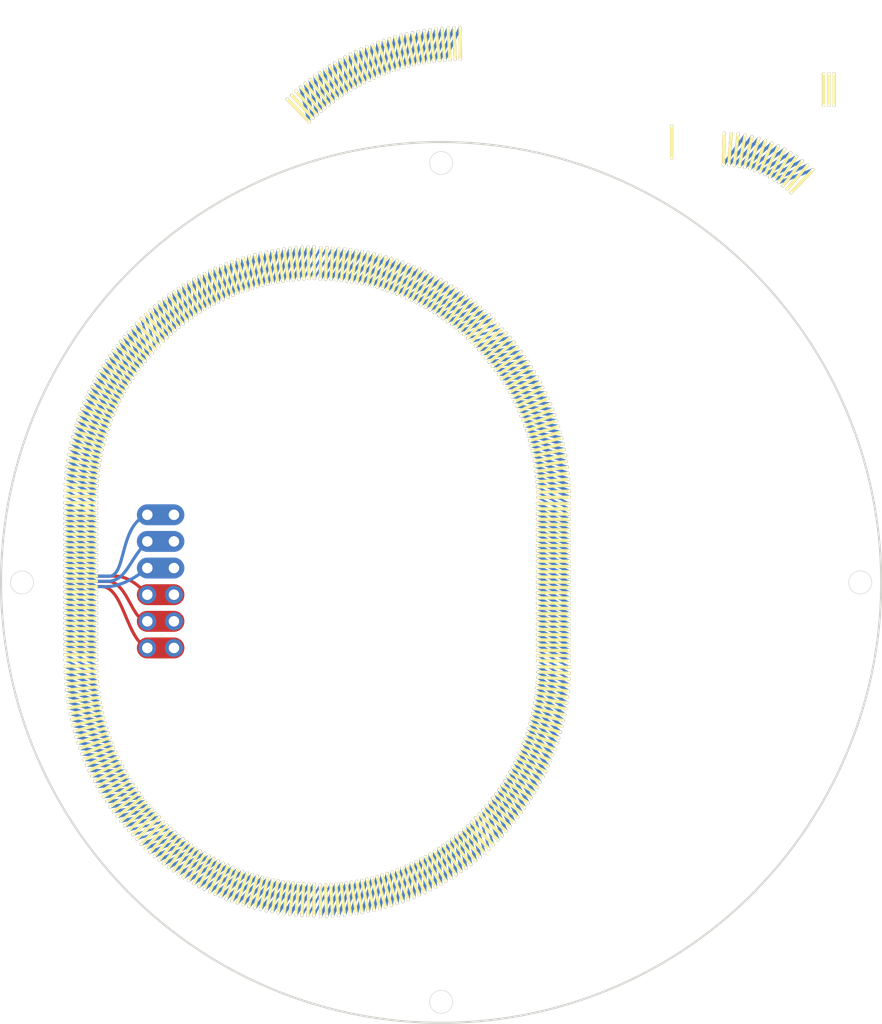
<source format=kicad_pcb>
(kicad_pcb (version 20241229) (generator "pcbnew") (generator_version "9.0")
  (layers (0 "F.Cu" signal) (2 "B.Cu" signal) (13 "F.Paste" user) (15 "B.Paste" user) (5 "F.SilkS" user "F.Silkscreen") (7 "B.SilkS" user "B.Silkscreen") (1 "F.Mask" user) (3 "B.Mask" user) (25 "Edge.Cuts" user))
  (net 0 "")
  (net 1 "+5V")
  (net 2 "Net-(J1-Pin_3)")
  (net 3 "Net-(J1-Pin_2)")
  (net 4 "Net-(J1-Pin_1)")
  (footprint "model_train_footprints:curve_track_45" (layer "F.Cu") (at 79.538701 128.559864 157.5)
    (property "Reference" "REF**" (hide yes))
    (property "Value" "curve_track_45")
  )
  (footprint "model_train_footprints:curve_track_45" (layer "F.Cu") (at 109.01 83.55 -67.5)
    (property "Reference" "REF**" (hide yes))
    (property "Value" "curve_track_45")
  )
  (footprint "model_train_footprints:straight_track_extension_single" (layer "F.Cu") (at 122 58)
    (property "Reference" "tr1" (hide yes))
    (property "Value" "st_track" (hide yes))
  )
  (footprint "model_train_footprints:straight_track_extension" (layer "F.Cu") (at 137 53 180)
    (property "Reference" "tr1" (hide yes))
    (property "Value" "st_track" (hide yes))
  )
  (footprint "model_train_footprints:curve_track_45" (layer "F.Cu") (at 67.336762 83.46539 67.5)
    (property "Reference" "REF**" (hide yes))
    (property "Value" "curve_track_45")
  )
  (footprint "model_train_footprints:curve_track_45" (layer "F.Cu") (at 79.550136 71.238701 22.5)
    (property "Reference" "REF**" (hide yes))
    (property "Value" "curve_track_45")
  )
  (footprint "model_train_footprints:curve_track_45" (layer "F.Cu") (at 96.818565 128.621163 -157.5)
    (property "Reference" "REF**" (hide yes))
    (property "Value" "curve_track_45")
  )
  (footprint "model_train_footprints:straight_track" (layer "F.Cu") (at 110.71 99.98 90)
    (property "Reference" "tr1" (hide yes))
    (property "Value" "st_track" (hide yes))
  )
  (footprint "model_train_footprints:curve_track_45" (layer "F.Cu") (at 67.358701 116.309864 112.5)
    (property "Reference" "REF**" (hide yes))
    (property "Value" "curve_track_45")
  )
  (footprint "model_train_footprints:curve_track_45" (layer "F.Cu") (at 96.83 71.3 -22.5)
    (property "Reference" "REF**" (hide yes))
    (property "Value" "curve_track_45")
  )
  (footprint "model_train_footprints:curve_track_45" (layer "F.Cu") (at 93.484579 50.325818 22.5)
    (property "Reference" "REF**" (hide yes))
    (property "Value" "curve_track_45")
  )
  (footprint "model_train_footprints:curve_track_45" (layer "F.Cu") (at 109.031939 116.394474 -112.5)
    (property "Reference" "REF**" (hide yes))
    (property "Value" "curve_track_45")
  )
  (footprint "model_train_footprints:straight_power_track_02X06" (layer "F.Cu") (at 65.61 99.9 90)
    (property "Reference" "J1" (hide yes))
    (property "Value" "track_power" (hide yes))
  )
  (footprint "model_train_footprints:curve_track_30" (layer "F.Cu") (at 131 59.5 -22.5)
    (property "Reference" "REF**" (hide yes))
    (property "Value" "curve_track_30")
  )
  (gr_circle (center 100 140) (end 101.1 140) (stroke (width 0.05)) (fill no) (layer "Edge.Cuts"))
  (gr_circle (center 60 100) (end 61.1 100) (stroke (width 0.05)) (fill no) (layer "Edge.Cuts"))
  (gr_circle (center 100 100) (end 142 100) (stroke (width 0.2)) (fill no) (layer "Edge.Cuts"))
  (gr_circle (center 140 100) (end 141.1 100) (stroke (width 0.05)) (fill no) (layer "Edge.Cuts"))
  (gr_circle (center 100 60) (end 101.1 60) (stroke (width 0.05)) (fill no) (layer "Edge.Cuts"))
  (segment (start 109.203695 90.90317) (end 112.21 92.48) (width 0.2) (layer "B.Cu") (net 0))
  (segment (start 89.084995 68.08384) (end 87.40247 71.021227) (width 0.2) (layer "B.Cu") (net 0))
  (segment (start 70.176941 123.637947) (end 73.470812 122.81635) (width 0.2) (layer "B.Cu") (net 0))
  (segment (start 70.955162 124.473949) (end 74.197166 123.483) (width 0.2) (layer "B.Cu") (net 0))
  (segment (start 104.98265 125.024702) (end 103.955075 121.736009) (width 0.2) (layer "B.Cu") (net 0))
  (segment (start 103.633278 122.10069) (end 104.569279 125.418786) (width 0.2) (layer "B.Cu") (net 0))
  (segment (start 102.897889 77.043514) (end 106.19176 76.221917) (width 0.2) (layer "B.Cu") (net 0))
  (segment (start 72.222053 74.056941) (end 73.080275 77.397501) (width 0.2) (layer "B.Cu") (net 0))
  (segment (start 88.966231 128.838637) (end 87.283706 131.776024) (width 0.2) (layer "B.Cu") (net 0))
  (segment (start 87.902059 71.009332) (end 89.655466 68.111059) (width 0.2) (layer "B.Cu") (net 0))
  (segment (start 73.832485 123.161203) (end 70.561078 124.060578) (width 0.2) (layer "B.Cu") (net 0))
  (segment (start 105.807623 75.799286) (end 102.536216 76.698661) (width 0.2) (layer "B.Cu") (net 0))
  (segment (start 109.21 106.48) (end 112.261737 108.078512) (width 0.2) (layer "B.Cu") (net 0))
  (segment (start 109.21 107.48) (end 112.22088 109.21994) (width 0.2) (layer "B.Cu") (net 0))
  (segment (start 109.239369 91.901923) (end 112.21 93.48) (width 0.2) (layer "B.Cu") (net 0))
  (segment (start 87.854663 131.789662) (end 89.451645 128.808314) (width 0.2) (layer "B.Cu") (net 0))
  (segment (start 86.903306 71.045006) (end 88.514038 68.070202) (width 0.2) (layer "B.Cu") (net 0))
  (segment (start 86.713235 131.748805) (end 88.466642 128.850532) (width 0.2) (layer "B.Cu") (net 0))
  (segment (start 104.146648 125.802923) (end 103.288425 122.462363) (width 0.2) (layer "B.Cu") (net 0))
  (segment (start 102.166439 76.362513) (end 105.413539 75.385915) (width 0.2) (layer "B.Cu") (net 0))
  (segment (start 112.21 92.98) (end 109.227474 91.402334) (width 0.2) (layer "B.Cu") (net 0))
  (segment (start 112.248099 108.649469) (end 109.21 106.98) (width 0.2) (layer "B.Cu") (net 0))
  (segment (start 72.735423 77.759174) (end 71.799422 74.441078) (width 0.2) (layer "B.Cu") (net 0))
  (segment (start 71.386051 74.835162) (end 72.399275 78.128951) (width 0.2) (layer "B.Cu") (net 0))
  (segment (start 73.75 106.325) (end 73.523293 106.325) (width 0.3) (layer "F.Cu") (net 2))
  (segment (start 67.11 92.9) (end 64.19 91.23) (width 0.2) (layer "B.Cu") (net 2))
  (segment (start 64.11 106.4) (end 67.17 107.96) (width 0.2) (layer "B.Cu") (net 2))
  (segment (start 64.106964 91.781352) (end 67.11 93.4) (width 0.2) (layer "B.Cu") (net 3))
  (segment (start 67.141227 108.45753) (end 64.11 106.9) (width 0.2) (layer "B.Cu") (net 3))
  (segment (start 64.147821 90.639924) (end 67.11 92.4) (width 0.2) (layer "B.Cu") (net 4))
  (segment (start 64.11 107.4) (end 67.199792 108.956384) (width 0.2) (layer "B.Cu") (net 4))
)
</source>
